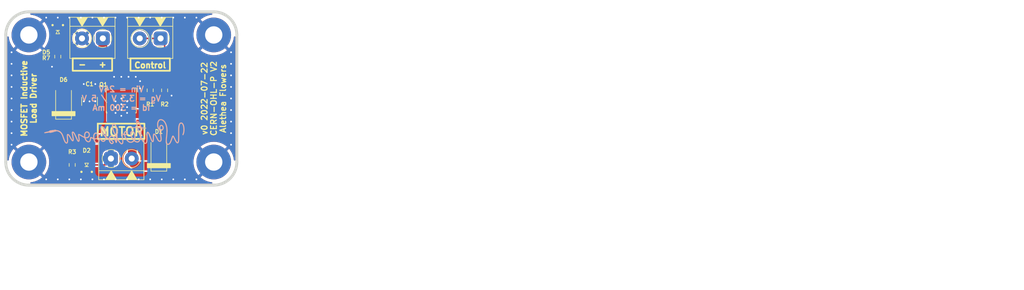
<source format=kicad_pcb>
(kicad_pcb (version 20211014) (generator pcbnew)
  (title_block (title "MOSFET driver") (date "2022-07-22") (rev "v0") (company "Winterbloom") (comment 1 "Alethea Flowers") (comment 2 "CERN-OHL-P V2") (comment 3 "candela.wntr.dev"))
  (layers (0 "F.Cu" signal) (31 "B.Cu" signal) (34 "B.Paste" user) (35 "F.Paste" user) (36 "B.SilkS" user "B.Silkscreen") (37 "F.SilkS" user "F.Silkscreen") (38 "B.Mask" user) (39 "F.Mask" user) (44 "Edge.Cuts" user))
  (net 0 "")
  (net 1 "GND")
  (net 2 "Net-(D5-Pad1)")
  (net 3 "+VDC")
  (net 4 "Net-(D2-Pad1)")
  (net 5 "/Switched")
  (net 6 "/DCIN")
  (net 7 "/Control")
  (net 8 "Net-(R1-Pad2)")
  (footprint "Resistor_SMD:R_0603_1608Metric_Pad0.98x0.95mm_HandSolder" (layer "F.Cu") (at 81 105.575 90)
    (fp_text reference "R3" (at 2.25 0 unlocked) (layer "F.SilkS") (effects (font (size 0.7 0.7))))
    (fp_text value "10K")
    (pad "1" smd roundrect (at -0.9125 0 90) (size 0.975 0.95) (layers "F.Cu" "F.Paste" "F.Mask") (net 4 "Net-(D2-Pad1)"))
    (pad "2" smd roundrect (at 0.9125 0 90) (size 0.975 0.95) (layers "F.Cu" "F.Paste" "F.Mask") (net 5 "/Switched"))
  )
  (footprint "winterbloom:TerminalBlock_4UCON_1x02_P3.50mm_Horizontal" (layer "F.Cu") (at 96.25 83.675 180)
    (fp_text reference "J2" hide)
    (fp_text value "CONTROL" hide)
    (pad "1" thru_hole roundrect (at -0.0508 0 180) (size 2.4 2.4) (drill 1.05) (layers *.Cu *.Mask) (net 7 "/Control"))
    (pad "2" thru_hole circle (at 3.556 0 180) (size 2.4 2.4) (drill 1.05) (layers *.Cu *.Mask) (net 7 "/Control"))
  )
  (footprint "MountingHole:MountingHole_3mm_Pad" (layer "F.Cu") (at 105.5 105.075)
    (fp_text reference "H4" hide)
    (fp_text value "GND" hide)
    (pad "1" thru_hole circle locked (at 0 0) (size 6 6) (drill 3) (layers *.Cu *.Mask) (net 1 "GND"))
  )
  (footprint "winterbloom:LED_0805_Kingbright_APT2012" (layer "F.Cu") (at 83.5 105.575 90)
    (fp_text reference "D2" (at 2.5 0 unlocked) (layer "F.SilkS") (effects (font (size 0.7 0.7))))
    (fp_text value "A" hide)
    (pad "1" smd roundrect (at -1.175 0 90) (size 1.25 1.25) (layers "F.Cu" "F.Paste" "F.Mask") (roundrect_rratio 0.05) (net 4 "Net-(D2-Pad1)"))
    (pad "2" smd roundrect (at 1.175 0 90) (size 1.25 1.25) (layers "F.Cu" "F.Paste" "F.Mask") (roundrect_rratio 0.05) (net 3 "+VDC"))
  )
  (footprint "winterbloom:LED_0805_Kingbright_APT2012" (layer "F.Cu") (at 78.5 82.575 -90)
    (fp_text reference "D5" (at 3.5 2 unlocked) (layer "F.SilkS") (effects (font (size 0.7 0.7))))
    (fp_text value "VDC" hide)
    (pad "1" smd roundrect (at -1.175 0 270) (size 1.25 1.25) (layers "F.Cu" "F.Paste" "F.Mask") (roundrect_rratio 0.05) (net 2 "Net-(D5-Pad1)"))
    (pad "2" smd roundrect (at 1.175 0 270) (size 1.25 1.25) (layers "F.Cu" "F.Paste" "F.Mask") (roundrect_rratio 0.05) (net 3 "+VDC"))
  )
  (footprint "Package_TO_SOT_SMD:LFPAK56" (layer "F.Cu") (at 89.5 94.575 -90)
    (fp_text reference "Q1" (at -2.9 3.1 unlocked) (layer "F.SilkS") (effects (font (size 0.7 0.7))))
    (fp_text value "PSMN011-30YLC")
    (pad "1" smd rect (at -2.835 -1.91 180) (size 0.7 1.15) (layers "F.Cu" "F.Paste" "F.Mask") (net 1 "GND"))
    (pad "2" smd rect (at -2.835 -0.64 180) (size 0.7 1.15) (layers "F.Cu" "F.Paste" "F.Mask") (net 1 "GND"))
    (pad "3" smd rect (at -2.835 0.64 180) (size 0.7 1.15) (layers "F.Cu" "F.Paste" "F.Mask") (net 1 "GND"))
    (pad "4" smd rect (at -2.835 1.91 180) (size 0.7 1.15) (layers "F.Cu" "F.Paste" "F.Mask") (net 8 "Net-(R1-Pad2)"))
    (pad "5" smd custom (at 0.435 0 270) (size 3.3 4.2) (layers "F.Cu" "F.Mask") (net 5 "/Switched") (options (clearance outline) (anchor rect)) (primitives (gr_poly (pts (xy 2.975 2.35) (xy 1.425 2.35) (xy 1.425 -2.35) (xy 2.975 -2.35)) (width 0) (fill yes))))
  )
  (footprint "Diode_SMD:D_SOD-128" (layer "F.Cu") (at 96 103.575 90)
    (fp_text reference "D1" (at 3.75 0 unlocked) (layer "F.SilkS") (effects (font (size 0.7 0.7))))
    (fp_text value "30V 1A")
    (pad "1" smd rect (at -2.2 0 90) (size 1.4 2.1) (layers "F.Cu" "F.Paste" "F.Mask") (net 3 "+VDC"))
    (pad "2" smd rect (at 2.2 0 90) (size 1.4 2.1) (layers "F.Cu" "F.Paste" "F.Mask") (net 5 "/Switched"))
  )
  (footprint "MountingHole:MountingHole_3mm_Pad" (layer "F.Cu") (at 105.5 83.075)
    (fp_text reference "H3" hide)
    (fp_text value "GND" hide)
    (pad "1" thru_hole circle locked (at 0 0) (size 6 6) (drill 3) (layers *.Cu *.Mask) (net 1 "GND"))
  )
  (footprint "winterbloom:TerminalBlock_4UCON_1x02_P3.50mm_Horizontal" (layer "F.Cu") (at 86.25 83.675 180)
    (fp_text reference "J1" hide)
    (fp_text value "DC IN" hide)
    (pad "1" thru_hole roundrect (at -0.0508 0 180) (size 2.4 2.4) (drill 1.05) (layers *.Cu *.Mask) (net 6 "/DCIN"))
    (pad "2" thru_hole circle (at 3.556 0 180) (size 2.4 2.4) (drill 1.05) (layers *.Cu *.Mask) (net 1 "GND"))
  )
  (footprint "MountingHole:MountingHole_3mm_Pad" (layer "F.Cu") (at 73.5 105.075)
    (fp_text reference "H2" hide)
    (fp_text value "GND" hide)
    (pad "1" thru_hole circle locked (at 0 0) (size 6 6) (drill 3) (layers *.Cu *.Mask) (net 1 "GND"))
  )
  (footprint "Resistor_SMD:R_0603_1608Metric_Pad0.98x0.95mm_HandSolder" (layer "F.Cu") (at 78.5 86.825 -90)
    (fp_text reference "R7" (at 0.25 2 unlocked) (layer "F.SilkS") (effects (font (size 0.7 0.7))))
    (fp_text value "10K")
    (pad "1" smd roundrect (at -0.9125 0 270) (size 0.975 0.95) (layers "F.Cu" "F.Paste" "F.Mask") (net 2 "Net-(D5-Pad1)"))
    (pad "2" smd roundrect (at 0.9125 0 270) (size 0.975 0.95) (layers "F.Cu" "F.Paste" "F.Mask") (net 1 "GND"))
  )
  (footprint "Resistor_SMD:R_0603_1608Metric_Pad0.98x0.95mm_HandSolder" (layer "F.Cu") (at 94.5 92.6625 90)
    (fp_text reference "R1" (at -2.4125 0 unlocked) (layer "F.SilkS") (effects (font (size 0.7 0.7))))
    (fp_text value "1K")
    (pad "1" smd roundrect (at -0.9125 0 90) (size 0.975 0.95) (layers "F.Cu" "F.Paste" "F.Mask") (net 7 "/Control"))
    (pad "2" smd roundrect (at 0.9125 0 90) (size 0.975 0.95) (layers "F.Cu" "F.Paste" "F.Mask") (net 8 "Net-(R1-Pad2)"))
  )
  (footprint "Diode_SMD:D_SOD-128" (layer "F.Cu") (at 79.5 94.575 90)
    (fp_text reference "D6" (at 3.75 0 unlocked) (layer "F.SilkS") (effects (font (size 0.7 0.7))))
    (fp_text value "30V 2A")
    (pad "1" smd rect (at -2.2 0 90) (size 1.4 2.1) (layers "F.Cu" "F.Paste" "F.Mask") (net 3 "+VDC"))
    (pad "2" smd rect (at 2.2 0 90) (size 1.4 2.1) (layers "F.Cu" "F.Paste" "F.Mask") (net 6 "/DCIN"))
  )
  (footprint "Resistor_SMD:R_0603_1608Metric_Pad0.98x0.95mm_HandSolder" (layer "F.Cu") (at 97 92.6625 -90)
    (fp_text reference "R2" (at 2.4125 0 unlocked) (layer "F.SilkS") (effects (font (size 0.7 0.7))))
    (fp_text value "100K")
    (pad "1" smd roundrect (at -0.9125 0 270) (size 0.975 0.95) (layers "F.Cu" "F.Paste" "F.Mask") (net 7 "/Control"))
    (pad "2" smd roundrect (at 0.9125 0 270) (size 0.975 0.95) (layers "F.Cu" "F.Paste" "F.Mask") (net 1 "GND"))
  )
  (footprint "MountingHole:MountingHole_3mm_Pad" (layer "F.Cu") (at 73.5 83.075)
    (fp_text reference "H1" hide)
    (fp_text value "GND" hide)
    (pad "1" thru_hole circle locked (at 0 0) (size 6 6) (drill 3) (layers *.Cu *.Mask) (net 1 "GND"))
  )
  (footprint "winterbloom:TerminalBlock_4UCON_1x02_P3.50mm_Horizontal" (layer "F.Cu") (at 87.75 104.475)
    (fp_text reference "J3" hide)
    (fp_text value "Motor" hide)
    (pad "1" thru_hole roundrect (at -0.0508 0) (size 2.4 2.4) (drill 1.05) (layers *.Cu *.Mask) (net 5 "/Switched"))
    (pad "2" thru_hole circle (at 3.556 0) (size 2.4 2.4) (drill 1.05) (layers *.Cu *.Mask) (net 3 "+VDC"))
  )
  (footprint "Capacitor_SMD:C_1210_3225Metric_Pad1.33x2.70mm_HandSolder" (layer "F.Cu") (at 84 94.575 90)
    (fp_text reference "C1" (at 3 0 unlocked) (layer "F.SilkS") (effects (font (size 0.7 0.7))))
    (fp_text value "100U")
    (pad "1" smd roundrect (at -1.5625 0 90) (size 1.325 2.7) (layers "F.Cu" "F.Paste" "F.Mask") (roundrect_rratio 0.188679) (net 3 "+VDC"))
    (pad "2" smd roundrect (at 1.5625 0 90) (size 1.325 2.7) (layers "F.Cu" "F.Paste" "F.Mask") (roundrect_rratio 0.188679) (net 1 "GND"))
  )
  (footprint "winterbloom:Symbol_Winterbloom_25mm" (layer "B.Cu") (at 88.3 99.875 180)
    (fp_text reference "G***" hide)
    (fp_text value "LOGO" hide)
  )
  (gr_rect (start 94 105.325) (end 98 106.075) (layer "F.SilkS") (width 0.12) (fill solid))
  (gr_rect (start 87.91 89.275) (end 81.09 87.135) (layer "F.SilkS") (width 0.3) (fill none))
  (gr_rect (start 77.5 96.325) (end 81.5 97.075) (layer "F.SilkS") (width 0.12) (fill solid))
  (gr_rect (start 93.5 101.075) (end 85.43 98.435) (layer "F.SilkS") (width 0.3) (fill none))
  (gr_rect (start 97.91 89.275) (end 91.09 87.135) (layer "F.SilkS") (width 0.3) (fill none))
  (gr_arc (start 73.5 109.075) (mid 70.671573 107.903427) (end 69.5 105.075) (layer "Edge.Cuts") (width 0.5))
  (gr_arc (start 105.5 79.075) (mid 108.328427 80.246573) (end 109.5 83.075) (layer "Edge.Cuts") (width 0.5))
  (gr_line (start 73.5 79.075) (end 105.5 79.075) (layer "Edge.Cuts") (width 0.5))
  (gr_arc (start 69.5 83.075) (mid 70.671573 80.246573) (end 73.5 79.075) (layer "Edge.Cuts") (width 0.5))
  (gr_line (start 109.5 83.075) (end 109.5 105.075) (layer "Edge.Cuts") (width 0.5))
  (gr_line (start 69.5 105.075) (end 69.5 83.075) (layer "Edge.Cuts") (width 0.5))
  (gr_line (start 105.5 109.075) (end 73.5 109.075) (layer "Edge.Cuts") (width 0.5))
  (gr_arc (start 109.5 105.075) (mid 108.328427 107.903427) (end 105.5 109.075) (layer "Edge.Cuts") (width 0.5))
  (gr_text "Vin = 24V\nVg = 3.3 V / 5 V\nId = 300 mA" (at 89.5 94.075) (layer "B.SilkS") (effects (font (size 1 1) (thickness 0.2)) (justify mirror)))
  (gr_text "MOTOR" (at 89.5 99.825) (layer "F.SilkS") (effects (font (size 1.5 1.5) (thickness 0.3))))
  (gr_text "+   -" (at 84.5 88.325 180) (layer "F.SilkS") (effects (font (size 1 1) (thickness 0.25))))
  (gr_text "Control" (at 94.5 88.325) (layer "F.SilkS") (effects (font (size 1 1) (thickness 0.25))))
  (gr_text "MOSFET Inductive\nLoad Driver" (at 73.5 94.075 90) (layer "F.SilkS") (effects (font (size 1 1) (thickness 0.25))))
  (gr_text "${REVISION} ${ISSUE_DATE}\n${COMMENT2}\n${COMMENT1}" (at 105.5 94.075 90) (layer "F.SilkS") (effects (font (size 1 1) (thickness 0.2))))
  (via (at 76.5 108.075) (size 0.7) (drill 0.3) (layers "F.Cu" "B.Cu") (net 1))
  (via (at 80.5 80.075) (size 0.7) (drill 0.3) (layers "F.Cu" "B.Cu") (net 1))
  (via (at 77.5 88.575) (size 0.7) (drill 0.3) (layers "F.Cu" "B.Cu") (net 1))
  (via (at 98.5 108.075) (size 0.7) (drill 0.3) (layers "F.Cu" "B.Cu") (net 1))
  (via (at 90.75 90.325) (size 0.7) (drill 0.3) (layers "F.Cu" "B.Cu") (net 1))
  (via (at 84.5 108.075) (size 0.7) (drill 0.3) (layers "F.Cu" "B.Cu") (net 1))
  (via (at 70.5 94.075) (size 0.7) (drill 0.3) (layers "F.Cu" "B.Cu") (net 1))
  (via (at 89.5 90.325) (size 0.7) (drill 0.3) (layers "F.Cu" "B.Cu") (net 1))
  (via (at 98.5 80.075) (size 0.7) (drill 0.3) (layers "F.Cu" "B.Cu") (net 1))
  (via (at 83 91.575) (size 0.7) (drill 0.3) (layers "F.Cu" "B.Cu") (net 1))
  (via (at 70.5 90.075) (size 0.7) (drill 0.3) (layers "F.Cu" "B.Cu") (net 1))
  (via (at 94.5 80.075) (size 0.7) (drill 0.3) (layers "F.Cu" "B.Cu") (net 1))
  (via (at 102.5 108.075) (size 0.7) (drill 0.3) (layers "F.Cu" "B.Cu") (net 1))
  (via (at 70.5 98.075) (size 0.7) (drill 0.3) (layers "F.Cu" "B.Cu") (net 1))
  (via (at 70.5 96.075) (size 0.7) (drill 0.3) (layers "F.Cu" "B.Cu") (net 1))
  (via (at 85 94.575) (size 0.7) (drill 0.3) (layers "F.Cu" "B.Cu") (net 1))
  (via (at 86.5 108.075) (size 0.7) (drill 0.3) (layers "F.Cu" "B.Cu") (net 1))
  (via (at 84 94.575) (size 0.7) (drill 0.3) (layers "F.Cu" "B.Cu") (net 1))
  (via (at 90.5 80.075) (size 0.7) (drill 0.3) (layers "F.Cu" "B.Cu") (net 1))
  (via (at 76.5 80.075) (size 0.7) (drill 0.3) (layers "F.Cu" "B.Cu") (net 1))
  (via (at 108.5 88.075) (size 0.7) (drill 0.3) (layers "F.Cu" "B.Cu") (net 1))
  (via (at 86.5 80.075) (size 0.7) (drill 0.3) (layers "F.Cu" "B.Cu") (net 1))
  (via (at 108.5 96.075) (size 0.7) (drill 0.3) (layers "F.Cu" "B.Cu") (net 1))
  (via (at 108.5 90.075) (size 0.7) (drill 0.3) (layers "F.Cu" "B.Cu") (net 1))
  (via (at 70.5 100.075) (size 0.7) (drill 0.3) (layers "F.Cu" "B.Cu") (net 1))
  (via (at 108.5 102.075) (size 0.7) (drill 0.3) (layers "F.Cu" "B.Cu") (net 1))
  (via (at 108.5 92.075) (size 0.7) (drill 0.3) (layers "F.Cu" "B.Cu") (net 1))
  (via (at 92 90.325) (size 0.7) (drill 0.3) (layers "F.Cu" "B.Cu") (net 1))
  (via (at 84.5 80.075) (size 0.7) (drill 0.3) (layers "F.Cu" "B.Cu") (net 1))
  (via (at 90.5 108.075) (size 0.7) (drill 0.3) (layers "F.Cu" "B.Cu") (net 1))
  (via (at 92.5 108.075) (size 0.7) (drill 0.3) (layers "F.Cu" "B.Cu") (net 1))
  (via (at 108.5 100.075) (size 0.7) (drill 0.3) (layers "F.Cu" "B.Cu") (net 1))
  (via (at 70.5 92.075) (size 0.7) (drill 0.3) (layers "F.Cu" "B.Cu") (net 1))
  (via (at 92.75 92.325) (size 0.7) (drill 0.3) (layers "F.Cu" "B.Cu") (net 1))
  (via (at 82.5 108.075) (size 0.7) (drill 0.3) (layers "F.Cu" "B.Cu") (net 1))
  (via (at 94.5 108.075) (size 0.7) (drill 0.3) (layers "F.Cu" "B.Cu") (net 1))
  (via (at 108.5 86.075) (size 0.7) (drill 0.3) (layers "F.Cu" "B.Cu") (net 1))
  (via (at 108.5 98.075) (size 0.7) (drill 0.3) (layers "F.Cu" "B.Cu") (net 1))
  (via (at 98.2 93.575) (size 0.7) (drill 0.3) (layers "F.Cu" "B.Cu") (net 1))
  (via (at 88.25 90.325) (size 0.7) (drill 0.3) (layers "F.Cu" "B.Cu") (net 1))
  (via (at 96.5 80.075) (size 0.7) (drill 0.3) (layers "F.Cu" "B.Cu") (net 1))
  (via (at 88.5 80.075) (size 0.7) (drill 0.3) (layers "F.Cu" "B.Cu") (net 1))
  (via (at 70.5 88.075) (size 0.7) (drill 0.3) (layers "F.Cu" "B.Cu") (net 1))
  (via (at 96.5 108.075) (size 0.7) (drill 0.3) (layers "F.Cu" "B.Cu") (net 1))
  (via (at 80.5 108.075) (size 0.7) (drill 0.3) (layers "F.Cu" "B.Cu") (net 1))
  (via (at 92.75 91.075) (size 0.7) (drill 0.3) (layers "F.Cu" "B.Cu") (net 1))
  (via (at 70.5 102.075) (size 0.7) (drill 0.3) (layers "F.Cu" "B.Cu") (net 1))
  (via (at 88.5 108.075) (size 0.7) (drill 0.3) (layers "F.Cu" "B.Cu") (net 1))
  (via (at 100.5 80.075) (size 0.7) (drill 0.3) (layers "F.Cu" "B.Cu") (net 1))
  (via (at 78.5 108.075) (size 0.7) (drill 0.3) (layers "F.Cu" "B.Cu") (net 1))
  (via (at 78.5 80.075) (size 0.7) (drill 0.3) (layers "F.Cu" "B.Cu") (net 1))
  (via (at 82.5 80.075) (size 0.7) (drill 0.3) (layers "F.Cu" "B.Cu") (net 1))
  (via (at 100.5 108.075) (size 0.7) (drill 0.3) (layers "F.Cu" "B.Cu") (net 1))
  (via (at 108.5 94.075) (size 0.7) (drill 0.3) (layers "F.Cu" "B.Cu") (net 1))
  (via (at 83 94.575) (size 0.7) (drill 0.3) (layers "F.Cu" "B.Cu") (net 1))
  (via (at 70.5 86.075) (size 0.7) (drill 0.3) (layers "F.Cu" "B.Cu") (net 1))
  (via (at 92.5 80.075) (size 0.7) (drill 0.3) (layers "F.Cu" "B.Cu") (net 1))
  (via (at 85 91.575) (size 0.7) (drill 0.3) (layers "F.Cu" "B.Cu") (net 1))
  (via (at 102.5 80.075) (size 0.7) (drill 0.3) (layers "F.Cu" "B.Cu") (net 1))
  (segment (start 78.5 85.9125) (end 78.3375 85.9125) (width 0.25) (layer "F.Cu") (net 2))
  (segment (start 78.075 81.4) (end 78.5 81.4) (width 0.25) (layer "F.Cu") (net 2))
  (segment (start 77.4 84.975) (end 77.4 82.075) (width 0.25) (layer "F.Cu") (net 2))
  (arc (start 77.4 82.075) (mid 77.597703 81.597703) (end 78.075 81.4) (width 0.25) (layer "F.Cu") (net 2))
  (arc (start 78.3375 85.9125) (mid 77.674587 85.637913) (end 77.4 84.975) (width 0.25) (layer "F.Cu") (net 2))
  (segment (start 83.5 101.075) (end 83.5 96.9125) (width 1.5) (layer "F.Cu") (net 3))
  (segment (start 78.875 83.75) (end 78.5 83.75) (width 0.25) (layer "F.Cu") (net 3))
  (segment (start 83.5 101.075) (end 90 101.075) (width 1.5) (layer "F.Cu") (net 3))
  (segment (start 91.4 102.475) (end 91.4 104.381) (width 1.5) (layer "F.Cu") (net 3))
  (segment (start 96 105.775) (end 92.606 105.775) (width 1.5) (layer "F.Cu") (net 3))
  (segment (start 79.5 96.775) (end 78.4 96.775) (width 0.25) (layer "F.Cu") (net 3))
  (segment (start 79.8 88.675) (end 79.8 84.675) (width 0.25) (layer "F.Cu") (net 3))
  (segment (start 79.5 96.775) (end 83.3625 96.775) (width 1.5) (layer "F.Cu") (net 3))
  (segment (start 78.4 89.875) (end 78.6 89.875) (width 0.25) (layer "F.Cu") (net 3))
  (segment (start 77.5 95.875) (end 77.5 90.775) (width 0.25) (layer "F.Cu") (net 3))
  (segment (start 83.5 104.4) (end 83.5 101.075) (width 1.5) (layer "F.Cu") (net 3))
  (arc (start 83.3625 96.775) (mid 83.813281 96.588281) (end 84 96.1375) (width 1.5) (layer "F.Cu") (net 3))
  (arc (start 78.4 96.775) (mid 77.763604 96.511396) (end 77.5 95.875) (width 0.25) (layer "F.Cu") (net 3))
  (arc (start 83.5 96.9125) (mid 83.459727 96.815273) (end 83.3625 96.775) (width 1.5) (layer "F.Cu") (net 3))
  (arc (start 78.6 89.875) (mid 79.448528 89.523528) (end 79.8 88.675) (width 0.25) (layer "F.Cu") (net 3))
  (arc (start 79.8 84.675) (mid 79.529074 84.020926) (end 78.875 83.75) (width 0.25) (layer "F.Cu") (net 3))
  (arc (start 92.606 105.775) (mid 91.686761 105.394239) (end 91.306 104.475) (width 1.5) (layer "F.Cu") (net 3))
  (arc (start 77.5 90.775) (mid 77.763604 90.138604) (end 78.4 89.875) (width 0.25) (layer "F.Cu") (net 3))
  (arc (start 90 101.075) (mid 90.989949 101.485051) (end 91.4 102.475) (width 1.5) (layer "F.Cu") (net 3))
  (arc (start 91.4 104.381) (mid 91.372468 104.447468) (end 91.306 104.475) (width 1.5) (layer "F.Cu") (net 3))
  (segment (start 81 106.4875) (end 83.2375 106.4875) (width 0.25) (layer "F.Cu") (net 4))
  (arc (start 83.2375 106.4875) (mid 83.423116 106.564384) (end 83.5 106.75) (width 0.25) (layer "F.Cu") (net 4))
  (segment (start 96 101.375) (end 96 98.875) (width 1.5) (layer "F.Cu") (net 5))
  (segment (start 90.5 96.575) (end 91.365 96.875) (width 1.5) (layer "F.Cu") (net 5))
  (segment (start 94 96.875) (end 90.5 96.575) (width 1.5) (layer "F.Cu") (net 5))
  (segment (start 86.5992 105.575) (end 81.9125 105.575) (width 0.25) (layer "F.Cu") (net 5))
  (via (at 89.5 96.075) (size 0.7) (drill 0.3) (layers "F.Cu" "B.Cu") (net 5))
  (via (at 90.5 95.575) (size 0.7) (drill 0.3) (layers "F.Cu" "B.Cu") (net 5))
  (via (at 89.5 95.075) (size 0.7) (drill 0.3) (layers "F.Cu" "B.Cu") (net 5))
  (via (at 89.5 97.075) (size 0.7) (drill 0.3) (layers "F.Cu" "B.Cu") (net 5))
  (via (at 90.5 96.575) (size 0.7) (drill 0.3) (layers "F.Cu" "B.Cu") (net 5))
  (via (at 89.5 94.075) (size 0.7) (drill 0.3) (layers "F.Cu" "B.Cu") (net 5))
  (via (at 88.5 95.575) (size 0.7) (drill 0.3) (layers "F.Cu" "B.Cu") (net 5))
  (via (at 88.5 94.575) (size 0.7) (drill 0.3) (layers "F.Cu" "B.Cu") (net 5))
  (via (at 88.5 96.575) (size 0.7) (drill 0.3) (layers "F.Cu" "B.Cu") (net 5))
  (via (at 90.5 94.575) (size 0.7) (drill 0.3) (layers "F.Cu" "B.Cu") (net 5))
  (arc (start 96 98.875) (mid 95.414214 97.460786) (end 94 96.875) (width 1.5) (layer "F.Cu") (net 5))
  (arc (start 81.9125 105.575) (mid 81.267265 105.307735) (end 81 104.6625) (width 0.25) (layer "F.Cu") (net 5))
  (arc (start 91.365 96.875) (mid 90.046246 96.328754) (end 89.5 95.01) (width 1.5) (layer "F.Cu") (net 5))
  (arc (start 87.6992 104.475) (mid 87.377017 105.252817) (end 86.5992 105.575) (width 0.25) (layer "F.Cu") (net 5))
  (segment (start 81.25 90.075) (end 81.25 90.625) (width 1.5) (layer "F.Cu") (net 6))
  (segment (start 84.5 88.575) (end 82.75 88.575) (width 1.5) (layer "F.Cu") (net 6))
  (segment (start 86.3008 83.675) (end 86.3008 86.7742) (width 1.5) (layer "F.Cu") (net 6))
  (arc (start 82.75 88.575) (mid 81.68934 89.01434) (end 81.25 90.075) (width 1.5) (layer "F.Cu") (net 6))
  (arc (start 81.25 90.625) (mid 80.737437 91.862437) (end 79.5 92.375) (width 1.5) (layer "F.Cu") (net 6))
  (arc (start 86.3008 86.7742) (mid 85.773358 88.047558) (end 84.5 88.575) (width 1.5) (layer "F.Cu") (net 6))
  (segment (start 96.3008 83.675) (end 92.694 83.675) (width 0.25) (layer "F.Cu") (net 7))
  (segment (start 94.5 93.575) (end 95.2 93.575) (width 0.25) (layer "F.Cu") (net 7))
  (segment (start 97 84.3742) (end 97 91.75) (width 0.25) (layer "F.Cu") (net 7))
  (segment (start 95.7 93.075) (end 95.7 92.275) (width 0.25) (layer "F.Cu") (net 7))
  (segment (start 96.225 91.75) (end 97 91.75) (width 0.25) (layer "F.Cu") (net 7))
  (arc (start 95.7 92.275) (mid 95.853769 91.903769) (end 96.225 91.75) (width 0.25) (layer "F.Cu") (net 7))
  (arc (start 96.3008 83.675) (mid 96.795209 83.879791) (end 97 84.3742) (width 0.25) (layer "F.Cu") (net 7))
  (arc (start 95.2 93.575) (mid 95.553553 93.428553) (end 95.7 93.075) (width 0.25) (layer "F.Cu") (net 7))
  (segment (start 93.5 89.175) (end 87.7 89.175) (width 0.25) (layer "F.Cu") (net 8))
  (segment (start 94.5 91.75) (end 94.5 90.175) (width 0.25) (layer "F.Cu") (net 8))
  (segment (start 87 89.875) (end 87 91.15) (width 0.25) (layer "F.Cu") (net 8))
  (arc (start 87.7 89.175) (mid 87.205025 89.380025) (end 87 89.875) (width 0.25) (layer "F.Cu") (net 8))
  (arc (start 94.5 90.175) (mid 94.207107 89.467893) (end 93.5 89.175) (width 0.25) (layer "F.Cu") (net 8))
  (arc (start 87 91.15) (mid 87.172807 91.567193) (end 87.59 91.74) (width 0.25) (layer "F.Cu") (net 8))
  (zone (net 1) (net_name "GND") (layer "F.Cu") (connect_pads thru_hole_only (clearance 0.254)) (min_thickness 0.254) (fill yes (thermal_gap 0.508) (thermal_bridge_width 0.508))
    (polygon (pts (xy 110.5 110.075) (xy 68.5 110.075) (xy 68.5 78.075) (xy 110.5 78.075)))
  )
  (zone (net 1) (net_name "GND") (layer "B.Cu") (connect_pads thru_hole_only (clearance 0.254)) (min_thickness 0.254) (fill yes (thermal_gap 0.508) (thermal_bridge_width 0.508))
    (polygon (pts (xy 110.5 110.075) (xy 68.5 110.075) (xy 68.5 78.075) (xy 110.5 78.075)))
  )
  (zone (net 5) (net_name "/Switched") (layer "B.Cu") (priority 2) (connect_pads thru_hole_only (clearance 0.5)) (min_thickness 0.5) (fill yes (thermal_gap 0.25) (thermal_bridge_width 1))
    (polygon (pts (xy 92 98.075) (xy 93.5 101.075) (xy 93.5 107.075) (xy 85.5 107.075) (xy 85.5 101.075) (xy 87 98.075) (xy 87 93.075) (xy 92 93.075)))
  )
)
</source>
